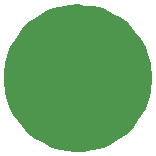
<source format=gbr>
%TF.GenerationSoftware,KiCad,Pcbnew,7.0.8*%
%TF.CreationDate,2023-10-24T12:55:46-07:00*%
%TF.ProjectId,VCO Front Plate,56434f20-4672-46f6-9e74-20506c617465,rev?*%
%TF.SameCoordinates,Original*%
%TF.FileFunction,Soldermask,Bot*%
%TF.FilePolarity,Negative*%
%FSLAX46Y46*%
G04 Gerber Fmt 4.6, Leading zero omitted, Abs format (unit mm)*
G04 Created by KiCad (PCBNEW 7.0.8) date 2023-10-24 12:55:46*
%MOMM*%
%LPD*%
G01*
G04 APERTURE LIST*
%ADD10C,7.000000*%
G04 APERTURE END LIST*
D10*
X110874674Y-130255841D02*
G75*
G03*
X110874674Y-130255841I-2777205J0D01*
G01*
M02*

</source>
